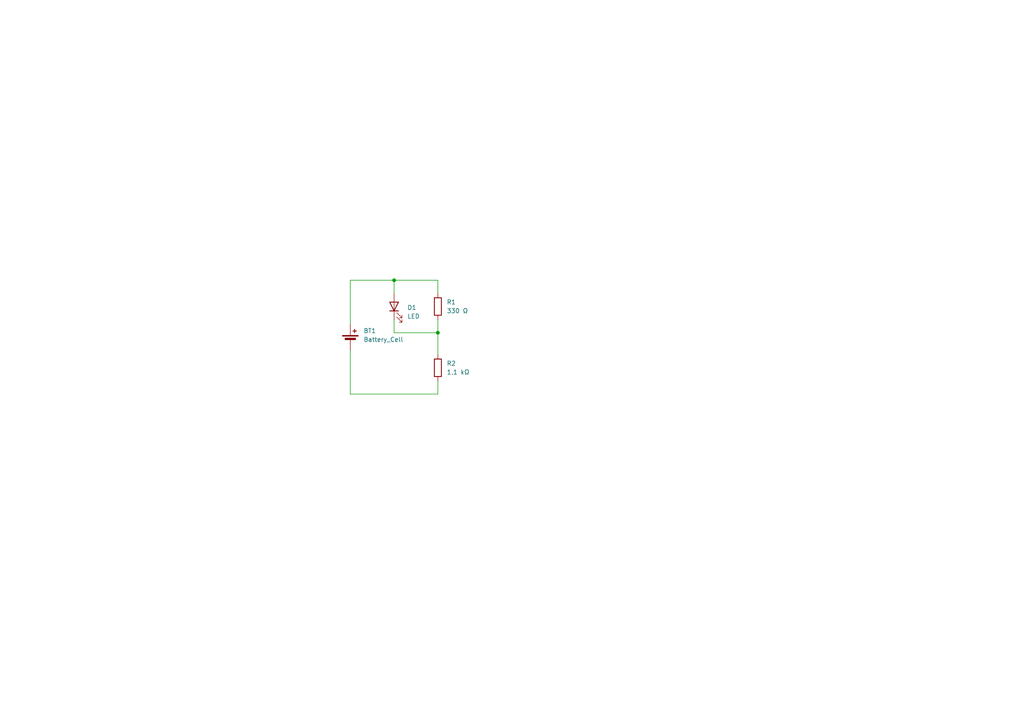
<source format=kicad_sch>
(kicad_sch
	(version 20250114)
	(generator "eeschema")
	(generator_version "9.0")
	(uuid "c2d67e0d-fe87-4ebe-bf7e-90330931212d")
	(paper "A4")
	(title_block
		(title "DEMO L03")
		(date "2025-09-10")
	)
	(lib_symbols
		(symbol "Device:Battery_Cell"
			(pin_numbers
				(hide yes)
			)
			(pin_names
				(offset 0)
				(hide yes)
			)
			(exclude_from_sim no)
			(in_bom yes)
			(on_board yes)
			(property "Reference" "BT"
				(at 2.54 2.54 0)
				(effects
					(font
						(size 1.27 1.27)
					)
					(justify left)
				)
			)
			(property "Value" "Battery_Cell"
				(at 2.54 0 0)
				(effects
					(font
						(size 1.27 1.27)
					)
					(justify left)
				)
			)
			(property "Footprint" ""
				(at 0 1.524 90)
				(effects
					(font
						(size 1.27 1.27)
					)
					(hide yes)
				)
			)
			(property "Datasheet" "~"
				(at 0 1.524 90)
				(effects
					(font
						(size 1.27 1.27)
					)
					(hide yes)
				)
			)
			(property "Description" "Single-cell battery"
				(at 0 0 0)
				(effects
					(font
						(size 1.27 1.27)
					)
					(hide yes)
				)
			)
			(property "ki_keywords" "battery cell"
				(at 0 0 0)
				(effects
					(font
						(size 1.27 1.27)
					)
					(hide yes)
				)
			)
			(symbol "Battery_Cell_0_1"
				(rectangle
					(start -2.286 1.778)
					(end 2.286 1.524)
					(stroke
						(width 0)
						(type default)
					)
					(fill
						(type outline)
					)
				)
				(rectangle
					(start -1.524 1.016)
					(end 1.524 0.508)
					(stroke
						(width 0)
						(type default)
					)
					(fill
						(type outline)
					)
				)
				(polyline
					(pts
						(xy 0 1.778) (xy 0 2.54)
					)
					(stroke
						(width 0)
						(type default)
					)
					(fill
						(type none)
					)
				)
				(polyline
					(pts
						(xy 0 0.762) (xy 0 0)
					)
					(stroke
						(width 0)
						(type default)
					)
					(fill
						(type none)
					)
				)
				(polyline
					(pts
						(xy 0.762 3.048) (xy 1.778 3.048)
					)
					(stroke
						(width 0.254)
						(type default)
					)
					(fill
						(type none)
					)
				)
				(polyline
					(pts
						(xy 1.27 3.556) (xy 1.27 2.54)
					)
					(stroke
						(width 0.254)
						(type default)
					)
					(fill
						(type none)
					)
				)
			)
			(symbol "Battery_Cell_1_1"
				(pin passive line
					(at 0 5.08 270)
					(length 2.54)
					(name "+"
						(effects
							(font
								(size 1.27 1.27)
							)
						)
					)
					(number "1"
						(effects
							(font
								(size 1.27 1.27)
							)
						)
					)
				)
				(pin passive line
					(at 0 -2.54 90)
					(length 2.54)
					(name "-"
						(effects
							(font
								(size 1.27 1.27)
							)
						)
					)
					(number "2"
						(effects
							(font
								(size 1.27 1.27)
							)
						)
					)
				)
			)
			(embedded_fonts no)
		)
		(symbol "Device:LED"
			(pin_numbers
				(hide yes)
			)
			(pin_names
				(offset 1.016)
				(hide yes)
			)
			(exclude_from_sim no)
			(in_bom yes)
			(on_board yes)
			(property "Reference" "D"
				(at 0 2.54 0)
				(effects
					(font
						(size 1.27 1.27)
					)
				)
			)
			(property "Value" "LED"
				(at 0 -2.54 0)
				(effects
					(font
						(size 1.27 1.27)
					)
				)
			)
			(property "Footprint" ""
				(at 0 0 0)
				(effects
					(font
						(size 1.27 1.27)
					)
					(hide yes)
				)
			)
			(property "Datasheet" "~"
				(at 0 0 0)
				(effects
					(font
						(size 1.27 1.27)
					)
					(hide yes)
				)
			)
			(property "Description" "Light emitting diode"
				(at 0 0 0)
				(effects
					(font
						(size 1.27 1.27)
					)
					(hide yes)
				)
			)
			(property "Sim.Pins" "1=K 2=A"
				(at 0 0 0)
				(effects
					(font
						(size 1.27 1.27)
					)
					(hide yes)
				)
			)
			(property "ki_keywords" "LED diode"
				(at 0 0 0)
				(effects
					(font
						(size 1.27 1.27)
					)
					(hide yes)
				)
			)
			(property "ki_fp_filters" "LED* LED_SMD:* LED_THT:*"
				(at 0 0 0)
				(effects
					(font
						(size 1.27 1.27)
					)
					(hide yes)
				)
			)
			(symbol "LED_0_1"
				(polyline
					(pts
						(xy -3.048 -0.762) (xy -4.572 -2.286) (xy -3.81 -2.286) (xy -4.572 -2.286) (xy -4.572 -1.524)
					)
					(stroke
						(width 0)
						(type default)
					)
					(fill
						(type none)
					)
				)
				(polyline
					(pts
						(xy -1.778 -0.762) (xy -3.302 -2.286) (xy -2.54 -2.286) (xy -3.302 -2.286) (xy -3.302 -1.524)
					)
					(stroke
						(width 0)
						(type default)
					)
					(fill
						(type none)
					)
				)
				(polyline
					(pts
						(xy -1.27 0) (xy 1.27 0)
					)
					(stroke
						(width 0)
						(type default)
					)
					(fill
						(type none)
					)
				)
				(polyline
					(pts
						(xy -1.27 -1.27) (xy -1.27 1.27)
					)
					(stroke
						(width 0.254)
						(type default)
					)
					(fill
						(type none)
					)
				)
				(polyline
					(pts
						(xy 1.27 -1.27) (xy 1.27 1.27) (xy -1.27 0) (xy 1.27 -1.27)
					)
					(stroke
						(width 0.254)
						(type default)
					)
					(fill
						(type none)
					)
				)
			)
			(symbol "LED_1_1"
				(pin passive line
					(at -3.81 0 0)
					(length 2.54)
					(name "K"
						(effects
							(font
								(size 1.27 1.27)
							)
						)
					)
					(number "1"
						(effects
							(font
								(size 1.27 1.27)
							)
						)
					)
				)
				(pin passive line
					(at 3.81 0 180)
					(length 2.54)
					(name "A"
						(effects
							(font
								(size 1.27 1.27)
							)
						)
					)
					(number "2"
						(effects
							(font
								(size 1.27 1.27)
							)
						)
					)
				)
			)
			(embedded_fonts no)
		)
		(symbol "Device:R"
			(pin_numbers
				(hide yes)
			)
			(pin_names
				(offset 0)
			)
			(exclude_from_sim no)
			(in_bom yes)
			(on_board yes)
			(property "Reference" "R"
				(at 2.032 0 90)
				(effects
					(font
						(size 1.27 1.27)
					)
				)
			)
			(property "Value" "R"
				(at 0 0 90)
				(effects
					(font
						(size 1.27 1.27)
					)
				)
			)
			(property "Footprint" ""
				(at -1.778 0 90)
				(effects
					(font
						(size 1.27 1.27)
					)
					(hide yes)
				)
			)
			(property "Datasheet" "~"
				(at 0 0 0)
				(effects
					(font
						(size 1.27 1.27)
					)
					(hide yes)
				)
			)
			(property "Description" "Resistor"
				(at 0 0 0)
				(effects
					(font
						(size 1.27 1.27)
					)
					(hide yes)
				)
			)
			(property "ki_keywords" "R res resistor"
				(at 0 0 0)
				(effects
					(font
						(size 1.27 1.27)
					)
					(hide yes)
				)
			)
			(property "ki_fp_filters" "R_*"
				(at 0 0 0)
				(effects
					(font
						(size 1.27 1.27)
					)
					(hide yes)
				)
			)
			(symbol "R_0_1"
				(rectangle
					(start -1.016 -2.54)
					(end 1.016 2.54)
					(stroke
						(width 0.254)
						(type default)
					)
					(fill
						(type none)
					)
				)
			)
			(symbol "R_1_1"
				(pin passive line
					(at 0 3.81 270)
					(length 1.27)
					(name "~"
						(effects
							(font
								(size 1.27 1.27)
							)
						)
					)
					(number "1"
						(effects
							(font
								(size 1.27 1.27)
							)
						)
					)
				)
				(pin passive line
					(at 0 -3.81 90)
					(length 1.27)
					(name "~"
						(effects
							(font
								(size 1.27 1.27)
							)
						)
					)
					(number "2"
						(effects
							(font
								(size 1.27 1.27)
							)
						)
					)
				)
			)
			(embedded_fonts no)
		)
	)
	(junction
		(at 114.3 81.28)
		(diameter 0)
		(color 0 0 0 0)
		(uuid "c0d7f0d1-49fa-4d10-8fb0-339af49b1bd2")
	)
	(junction
		(at 127 96.52)
		(diameter 0)
		(color 0 0 0 0)
		(uuid "ca0cee5d-77ed-441a-942e-bbe7d79e1f99")
	)
	(wire
		(pts
			(xy 127 110.49) (xy 127 114.3)
		)
		(stroke
			(width 0)
			(type default)
		)
		(uuid "0a93a301-b79e-4b05-ad56-87a30d608890")
	)
	(wire
		(pts
			(xy 127 114.3) (xy 101.6 114.3)
		)
		(stroke
			(width 0)
			(type default)
		)
		(uuid "12f1c019-955b-435c-8c7f-c26f02fbbd3c")
	)
	(wire
		(pts
			(xy 127 92.71) (xy 127 96.52)
		)
		(stroke
			(width 0)
			(type default)
		)
		(uuid "1413b19c-6a45-4c07-b8b5-c1b2042e7460")
	)
	(wire
		(pts
			(xy 114.3 81.28) (xy 114.3 85.09)
		)
		(stroke
			(width 0)
			(type default)
		)
		(uuid "198840b5-b2c4-4797-a064-e168eb5aba01")
	)
	(wire
		(pts
			(xy 101.6 101.6) (xy 101.6 114.3)
		)
		(stroke
			(width 0)
			(type default)
		)
		(uuid "26ae74b7-22bf-4776-9f1a-202e58453ddc")
	)
	(wire
		(pts
			(xy 101.6 81.28) (xy 101.6 93.98)
		)
		(stroke
			(width 0)
			(type default)
		)
		(uuid "2f7a4b54-004b-4367-b791-b062851d7ebb")
	)
	(wire
		(pts
			(xy 127 81.28) (xy 127 85.09)
		)
		(stroke
			(width 0)
			(type default)
		)
		(uuid "73672a77-8c43-432e-94dd-6d8da24df6f7")
	)
	(wire
		(pts
			(xy 114.3 96.52) (xy 127 96.52)
		)
		(stroke
			(width 0)
			(type default)
		)
		(uuid "b100a96f-f84b-4842-b15f-a8d4d7147e8c")
	)
	(wire
		(pts
			(xy 114.3 92.71) (xy 114.3 96.52)
		)
		(stroke
			(width 0)
			(type default)
		)
		(uuid "bd962b55-8368-41d9-a710-10e7ae3f7b55")
	)
	(wire
		(pts
			(xy 101.6 81.28) (xy 114.3 81.28)
		)
		(stroke
			(width 0)
			(type default)
		)
		(uuid "cbb0df83-ce65-49d6-92d7-df55466ae8bc")
	)
	(wire
		(pts
			(xy 127 96.52) (xy 127 102.87)
		)
		(stroke
			(width 0)
			(type default)
		)
		(uuid "e036f752-21d3-402b-a1c3-74614583d14a")
	)
	(wire
		(pts
			(xy 114.3 81.28) (xy 127 81.28)
		)
		(stroke
			(width 0)
			(type default)
		)
		(uuid "e03e756f-387c-4540-a70f-6c896aff672a")
	)
	(symbol
		(lib_id "Device:R")
		(at 127 88.9 0)
		(unit 1)
		(exclude_from_sim no)
		(in_bom yes)
		(on_board yes)
		(dnp no)
		(fields_autoplaced yes)
		(uuid "28990eed-e564-43c1-8306-51c951db13fc")
		(property "Reference" "R1"
			(at 129.54 87.6299 0)
			(effects
				(font
					(size 1.27 1.27)
				)
				(justify left)
			)
		)
		(property "Value" "330 Ω"
			(at 129.54 90.1699 0)
			(effects
				(font
					(size 1.27 1.27)
				)
				(justify left)
			)
		)
		(property "Footprint" ""
			(at 125.222 88.9 90)
			(effects
				(font
					(size 1.27 1.27)
				)
				(hide yes)
			)
		)
		(property "Datasheet" "~"
			(at 127 88.9 0)
			(effects
				(font
					(size 1.27 1.27)
				)
				(hide yes)
			)
		)
		(property "Description" "Resistor"
			(at 127 88.9 0)
			(effects
				(font
					(size 1.27 1.27)
				)
				(hide yes)
			)
		)
		(pin "2"
			(uuid "8cb6e590-f42c-4848-9148-5ffe9e43a5d6")
		)
		(pin "1"
			(uuid "9e1fb415-9572-4cc7-9c4c-0075a72e5734")
		)
		(instances
			(project ""
				(path "/c2d67e0d-fe87-4ebe-bf7e-90330931212d"
					(reference "R1")
					(unit 1)
				)
			)
		)
	)
	(symbol
		(lib_id "Device:R")
		(at 127 106.68 0)
		(unit 1)
		(exclude_from_sim no)
		(in_bom yes)
		(on_board yes)
		(dnp no)
		(fields_autoplaced yes)
		(uuid "971f8f94-1df9-4b9d-a021-1ee66c85a22c")
		(property "Reference" "R2"
			(at 129.54 105.4099 0)
			(effects
				(font
					(size 1.27 1.27)
				)
				(justify left)
			)
		)
		(property "Value" "1,1 kΩ"
			(at 129.54 107.9499 0)
			(effects
				(font
					(size 1.27 1.27)
				)
				(justify left)
			)
		)
		(property "Footprint" ""
			(at 125.222 106.68 90)
			(effects
				(font
					(size 1.27 1.27)
				)
				(hide yes)
			)
		)
		(property "Datasheet" "~"
			(at 127 106.68 0)
			(effects
				(font
					(size 1.27 1.27)
				)
				(hide yes)
			)
		)
		(property "Description" "Resistor"
			(at 127 106.68 0)
			(effects
				(font
					(size 1.27 1.27)
				)
				(hide yes)
			)
		)
		(pin "2"
			(uuid "dd2b0cf9-9cb5-46e2-b41a-802dcb46ddcf")
		)
		(pin "1"
			(uuid "48634230-0be8-4394-8ec4-aa9ea5eee741")
		)
		(instances
			(project ""
				(path "/c2d67e0d-fe87-4ebe-bf7e-90330931212d"
					(reference "R2")
					(unit 1)
				)
			)
		)
	)
	(symbol
		(lib_id "Device:Battery_Cell")
		(at 101.6 99.06 0)
		(unit 1)
		(exclude_from_sim no)
		(in_bom yes)
		(on_board yes)
		(dnp no)
		(fields_autoplaced yes)
		(uuid "bb564121-a783-4115-b440-0500e33ed483")
		(property "Reference" "BT1"
			(at 105.41 95.9484 0)
			(effects
				(font
					(size 1.27 1.27)
				)
				(justify left)
			)
		)
		(property "Value" "Battery_Cell"
			(at 105.41 98.4884 0)
			(effects
				(font
					(size 1.27 1.27)
				)
				(justify left)
			)
		)
		(property "Footprint" ""
			(at 101.6 97.536 90)
			(effects
				(font
					(size 1.27 1.27)
				)
				(hide yes)
			)
		)
		(property "Datasheet" "~"
			(at 101.6 97.536 90)
			(effects
				(font
					(size 1.27 1.27)
				)
				(hide yes)
			)
		)
		(property "Description" "Single-cell battery"
			(at 101.6 99.06 0)
			(effects
				(font
					(size 1.27 1.27)
				)
				(hide yes)
			)
		)
		(pin "1"
			(uuid "544af4a6-fbdd-4fb4-b415-ef4c3106b705")
		)
		(pin "2"
			(uuid "84225e8d-c29f-4db9-8ac2-e9bc361879f7")
		)
		(instances
			(project ""
				(path "/c2d67e0d-fe87-4ebe-bf7e-90330931212d"
					(reference "BT1")
					(unit 1)
				)
			)
		)
	)
	(symbol
		(lib_id "Device:LED")
		(at 114.3 88.9 90)
		(unit 1)
		(exclude_from_sim no)
		(in_bom yes)
		(on_board yes)
		(dnp no)
		(fields_autoplaced yes)
		(uuid "bf4ac073-4fcf-4086-aa99-7c2f377c427a")
		(property "Reference" "D1"
			(at 118.11 89.2174 90)
			(effects
				(font
					(size 1.27 1.27)
				)
				(justify right)
			)
		)
		(property "Value" "LED"
			(at 118.11 91.7574 90)
			(effects
				(font
					(size 1.27 1.27)
				)
				(justify right)
			)
		)
		(property "Footprint" ""
			(at 114.3 88.9 0)
			(effects
				(font
					(size 1.27 1.27)
				)
				(hide yes)
			)
		)
		(property "Datasheet" "~"
			(at 114.3 88.9 0)
			(effects
				(font
					(size 1.27 1.27)
				)
				(hide yes)
			)
		)
		(property "Description" "Light emitting diode"
			(at 114.3 88.9 0)
			(effects
				(font
					(size 1.27 1.27)
				)
				(hide yes)
			)
		)
		(property "Sim.Pins" "1=K 2=A"
			(at 114.3 88.9 0)
			(effects
				(font
					(size 1.27 1.27)
				)
				(hide yes)
			)
		)
		(pin "1"
			(uuid "d4072ef2-8b63-4421-9813-fb6a4430f4b9")
		)
		(pin "2"
			(uuid "7639984e-58b9-4799-aaf5-7d2ed8366744")
		)
		(instances
			(project ""
				(path "/c2d67e0d-fe87-4ebe-bf7e-90330931212d"
					(reference "D1")
					(unit 1)
				)
			)
		)
	)
	(sheet_instances
		(path "/"
			(page "1")
		)
	)
	(embedded_fonts no)
)

</source>
